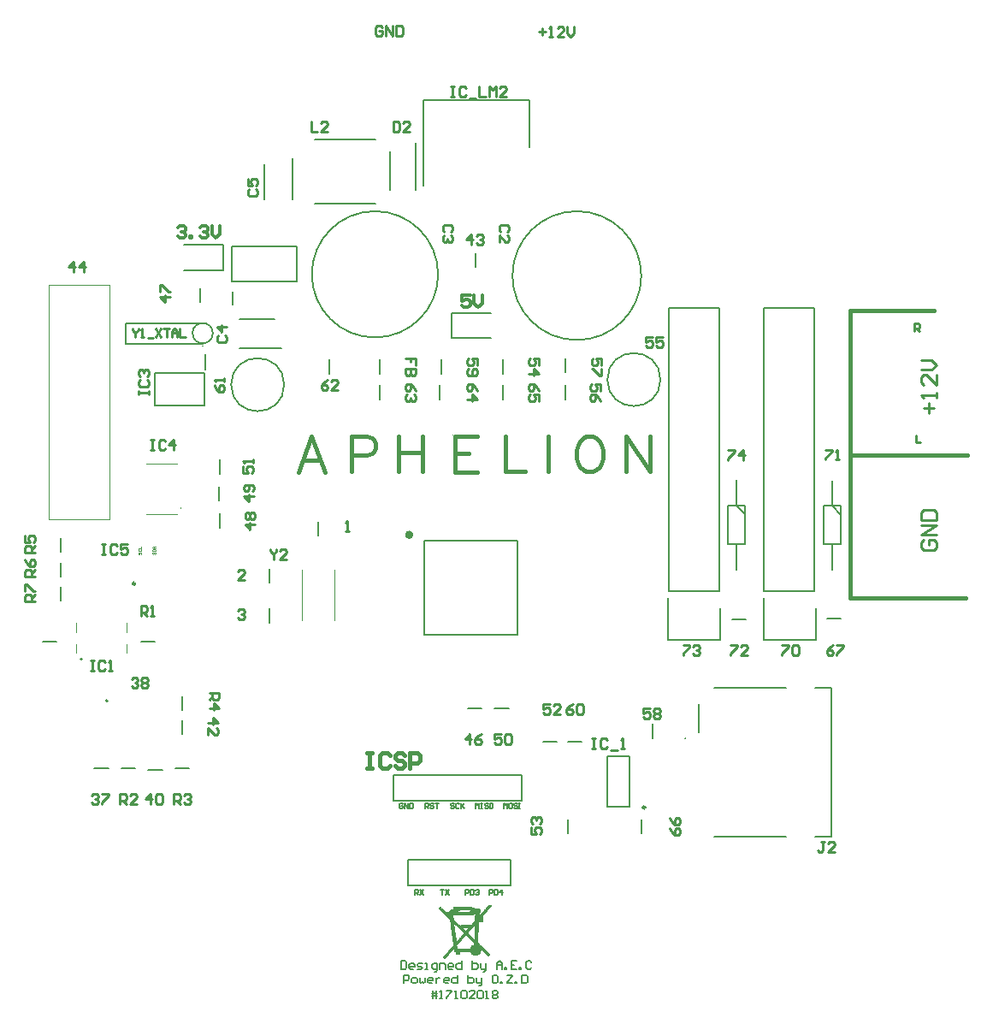
<source format=gto>
G04*
G04 #@! TF.GenerationSoftware,Altium Limited,Altium Designer,20.0.13 (296)*
G04*
G04 Layer_Color=65535*
%FSLAX44Y44*%
%MOMM*%
G71*
G01*
G75*
%ADD10C,0.2000*%
%ADD11C,0.1000*%
%ADD12C,0.2500*%
%ADD13C,0.4000*%
%ADD14C,0.0254*%
%ADD15C,0.1270*%
%ADD16C,0.2540*%
%ADD17C,0.3000*%
D10*
X115810Y-148455D02*
G03*
X115810Y-148455I-1000J0D01*
G01*
X141000Y-189740D02*
G03*
X141000Y-189740I-1000J0D01*
G01*
X234872Y161570D02*
G03*
X234872Y161570I-202J0D01*
G01*
X244950Y174220D02*
G03*
X244950Y174220I-10000J0D01*
G01*
X669140Y231140D02*
G03*
X669140Y231140I-63750J0D01*
G01*
X468030Y232410D02*
G03*
X468030Y232410I-62500J0D01*
G01*
X688080Y128270D02*
G03*
X688080Y128270I-26250J0D01*
G01*
X712899Y-227080D02*
G03*
X712899Y-227080I-339J0D01*
G01*
X315650Y123190D02*
G03*
X315650Y123190I-26250J0D01*
G01*
X438150Y-372110D02*
Y-346710D01*
X539750D01*
X438150Y-372110D02*
X539750D01*
Y-346710D01*
X424180Y-288290D02*
Y-262890D01*
X551180D01*
X424180Y-288290D02*
X551180D01*
Y-262890D01*
X158750Y163830D02*
Y166370D01*
Y163830D02*
X234950D01*
X158750Y166370D02*
Y184150D01*
X233680D01*
X173770Y-130772D02*
X187530D01*
X127620Y-256540D02*
X141620D01*
X154410D02*
X168170D01*
X180960Y-257810D02*
X194960D01*
X481210Y169110D02*
X520460D01*
X481210D02*
Y194110D01*
X520460D01*
X214630Y-198650D02*
Y-184890D01*
X207750Y-256540D02*
X221510D01*
X214630Y-222900D02*
Y-208900D01*
X505220Y239630D02*
Y253130D01*
X76790Y-130772D02*
X90550D01*
X558650Y358240D02*
Y405240D01*
X453250D02*
X558650D01*
X453250Y319890D02*
Y405240D01*
X345920Y365510D02*
X405920D01*
X345920Y302510D02*
X405920D01*
X237890Y138430D02*
Y153680D01*
X187590Y134930D02*
X236590D01*
X187590Y102930D02*
Y134930D01*
Y102930D02*
X236590D01*
Y134930D01*
X445570Y316280D02*
Y362380D01*
X420570Y316280D02*
Y354280D01*
X216380Y261420D02*
X255630D01*
Y236420D02*
Y261420D01*
X216380Y236420D02*
X255630D01*
X497310Y-197380D02*
X511070D01*
X232170Y205340D02*
Y218840D01*
X523980Y-197380D02*
X537740D01*
X251460Y8240D02*
Y22240D01*
X251630Y-18430D02*
Y-4430D01*
X263390Y225050D02*
Y260090D01*
X328430D01*
Y225050D02*
Y260090D01*
X263390Y225050D02*
X328430D01*
X264760Y202570D02*
Y215570D01*
X251630Y34910D02*
Y48910D01*
X271530Y159740D02*
X312530D01*
X271530Y188240D02*
X306530D01*
X94510Y-42440D02*
Y-28680D01*
X324130Y306350D02*
Y347350D01*
X295630Y306350D02*
Y341350D01*
X94510Y-66570D02*
Y-52810D01*
Y-90700D02*
Y-76940D01*
X572370Y-229870D02*
X585870D01*
X596900Y-320440D02*
Y-306940D01*
X635430Y-294240D02*
X657430D01*
X635430D02*
Y-244240D01*
X657430D01*
Y-294240D02*
Y-244240D01*
X453880Y-30970D02*
X546880D01*
Y-123970D02*
Y-30970D01*
X453880Y-123970D02*
X546880D01*
X453880D02*
Y-30970D01*
X594360Y108570D02*
Y122570D01*
X532130Y133970D02*
Y147970D01*
X594360Y135240D02*
Y149240D01*
X680720Y-226710D02*
Y-212710D01*
X471170Y133970D02*
Y147970D01*
X596500Y-229870D02*
X610000D01*
X841620Y-176440D02*
X857640D01*
X841620Y-323940D02*
X857640D01*
X726270Y-220690D02*
Y-193210D01*
X741080Y-176440D02*
X812230D01*
X857640Y-323940D02*
Y-176440D01*
X741080Y-323940D02*
X812230D01*
X532130Y108570D02*
Y122570D01*
X469900Y108570D02*
Y122570D01*
X410210Y108570D02*
Y122570D01*
Y133970D02*
Y147970D01*
X360680Y133970D02*
Y147970D01*
X669050Y-320440D02*
Y-306940D01*
X349250Y-25930D02*
Y-12170D01*
X300990Y-112410D02*
Y-98410D01*
Y-73040D02*
Y-59040D01*
X852910Y-107950D02*
X866670D01*
X866762Y-34850D02*
Y3190D01*
X849561Y-34850D02*
X866762D01*
X849561D02*
Y3190D01*
X866762D01*
X858162D02*
X866762Y-5410D01*
X858162Y3190D02*
Y28420D01*
Y-60080D02*
Y-34850D01*
X790046Y-129557D02*
Y-87657D01*
Y-129557D02*
X842146D01*
Y-98057D01*
X772024Y-34616D02*
Y3424D01*
X754824Y-34616D02*
X772024D01*
X754824D02*
Y3424D01*
X772024D01*
X763424D02*
X772024Y-5176D01*
X763424Y3424D02*
Y28654D01*
Y-59846D02*
Y-34616D01*
X695310Y-129610D02*
Y-87710D01*
Y-129610D02*
X747410D01*
Y-98110D01*
X758930Y-109220D02*
X772690D01*
X433800Y-469044D02*
Y-461047D01*
X437799D01*
X439132Y-462380D01*
Y-465046D01*
X437799Y-466378D01*
X433800D01*
X443130Y-469044D02*
X445796D01*
X447129Y-467711D01*
Y-465046D01*
X445796Y-463713D01*
X443130D01*
X441797Y-465046D01*
Y-467711D01*
X443130Y-469044D01*
X449795Y-463713D02*
Y-467711D01*
X451128Y-469044D01*
X452461Y-467711D01*
X453794Y-469044D01*
X455126Y-467711D01*
Y-463713D01*
X461791Y-469044D02*
X459125D01*
X457792Y-467711D01*
Y-465046D01*
X459125Y-463713D01*
X461791D01*
X463124Y-465046D01*
Y-466378D01*
X457792D01*
X465790Y-463713D02*
Y-469044D01*
Y-466378D01*
X467123Y-465046D01*
X468456Y-463713D01*
X469788D01*
X477786Y-469044D02*
X475120D01*
X473787Y-467711D01*
Y-465046D01*
X475120Y-463713D01*
X477786D01*
X479119Y-465046D01*
Y-466378D01*
X473787D01*
X487116Y-461047D02*
Y-469044D01*
X483117D01*
X481785Y-467711D01*
Y-465046D01*
X483117Y-463713D01*
X487116D01*
X497779Y-461047D02*
Y-469044D01*
X501778D01*
X503111Y-467711D01*
Y-466378D01*
Y-465046D01*
X501778Y-463713D01*
X497779D01*
X505777D02*
Y-467711D01*
X507110Y-469044D01*
X511108D01*
Y-470377D01*
X509776Y-471710D01*
X508443D01*
X511108Y-469044D02*
Y-463713D01*
X525770Y-461047D02*
X523105D01*
X521772Y-462380D01*
Y-467711D01*
X523105Y-469044D01*
X525770D01*
X527103Y-467711D01*
Y-462380D01*
X525770Y-461047D01*
X529769Y-469044D02*
Y-467711D01*
X531102D01*
Y-469044D01*
X529769D01*
X536433Y-461047D02*
X541765D01*
Y-462380D01*
X536433Y-467711D01*
Y-469044D01*
X541765D01*
X544431D02*
Y-467711D01*
X545764D01*
Y-469044D01*
X544431D01*
X551096Y-461047D02*
Y-469044D01*
X555094D01*
X556427Y-467711D01*
Y-462380D01*
X555094Y-461047D01*
X551096D01*
X463073Y-484410D02*
Y-476413D01*
X465739D02*
Y-484410D01*
X461740Y-479078D02*
X465739D01*
X467072D01*
X461740Y-481744D02*
X467072D01*
X469737Y-484410D02*
X472403D01*
X471070D01*
Y-476413D01*
X469737Y-477746D01*
X476402Y-476413D02*
X481734D01*
Y-477746D01*
X476402Y-483077D01*
Y-484410D01*
X484399D02*
X487065D01*
X485732D01*
Y-476413D01*
X484399Y-477746D01*
X491064D02*
X492397Y-476413D01*
X495063D01*
X496395Y-477746D01*
Y-483077D01*
X495063Y-484410D01*
X492397D01*
X491064Y-483077D01*
Y-477746D01*
X504393Y-484410D02*
X499061D01*
X504393Y-479078D01*
Y-477746D01*
X503060Y-476413D01*
X500394D01*
X499061Y-477746D01*
X507059D02*
X508392Y-476413D01*
X511057D01*
X512390Y-477746D01*
Y-483077D01*
X511057Y-484410D01*
X508392D01*
X507059Y-483077D01*
Y-477746D01*
X515056Y-484410D02*
X517722D01*
X516389D01*
Y-476413D01*
X515056Y-477746D01*
X521721D02*
X523054Y-476413D01*
X525719D01*
X527052Y-477746D01*
Y-479078D01*
X525719Y-480411D01*
X527052Y-481744D01*
Y-483077D01*
X525719Y-484410D01*
X523054D01*
X521721Y-483077D01*
Y-481744D01*
X523054Y-480411D01*
X521721Y-479078D01*
Y-477746D01*
X523054Y-480411D02*
X525719D01*
X431260Y-447077D02*
Y-455074D01*
X435259D01*
X436592Y-453741D01*
Y-448410D01*
X435259Y-447077D01*
X431260D01*
X443256Y-455074D02*
X440590D01*
X439257Y-453741D01*
Y-451076D01*
X440590Y-449743D01*
X443256D01*
X444589Y-451076D01*
Y-452408D01*
X439257D01*
X447255Y-455074D02*
X451254D01*
X452586Y-453741D01*
X451254Y-452408D01*
X448588D01*
X447255Y-451076D01*
X448588Y-449743D01*
X452586D01*
X455252Y-455074D02*
X457918D01*
X456585D01*
Y-449743D01*
X455252D01*
X464583Y-457740D02*
X465915D01*
X467248Y-456407D01*
Y-449743D01*
X463250D01*
X461917Y-451076D01*
Y-453741D01*
X463250Y-455074D01*
X467248D01*
X469914D02*
Y-449743D01*
X473913D01*
X475246Y-451076D01*
Y-455074D01*
X481910D02*
X479244D01*
X477912Y-453741D01*
Y-451076D01*
X479244Y-449743D01*
X481910D01*
X483243Y-451076D01*
Y-452408D01*
X477912D01*
X491241Y-447077D02*
Y-455074D01*
X487242D01*
X485909Y-453741D01*
Y-451076D01*
X487242Y-449743D01*
X491241D01*
X501904Y-447077D02*
Y-455074D01*
X505903D01*
X507235Y-453741D01*
Y-452408D01*
Y-451076D01*
X505903Y-449743D01*
X501904D01*
X509901D02*
Y-453741D01*
X511234Y-455074D01*
X515233D01*
Y-456407D01*
X513900Y-457740D01*
X512567D01*
X515233Y-455074D02*
Y-449743D01*
X525896Y-455074D02*
Y-449743D01*
X528562Y-447077D01*
X531228Y-449743D01*
Y-455074D01*
Y-451076D01*
X525896D01*
X533894Y-455074D02*
Y-453741D01*
X535227D01*
Y-455074D01*
X533894D01*
X545890Y-447077D02*
X540558D01*
Y-455074D01*
X545890D01*
X540558Y-451076D02*
X543224D01*
X548555Y-455074D02*
Y-453741D01*
X549888D01*
Y-455074D01*
X548555D01*
X560552Y-448410D02*
X559219Y-447077D01*
X556553D01*
X555220Y-448410D01*
Y-453741D01*
X556553Y-455074D01*
X559219D01*
X560552Y-453741D01*
X445230Y-381540D02*
Y-376542D01*
X447729D01*
X448562Y-377375D01*
Y-379041D01*
X447729Y-379874D01*
X445230D01*
X446896D02*
X448562Y-381540D01*
X450228Y-376542D02*
X453561Y-381540D01*
Y-376542D02*
X450228Y-381540D01*
X470630Y-376542D02*
X473962D01*
X472296D01*
Y-381540D01*
X475628Y-376542D02*
X478961Y-381540D01*
Y-376542D02*
X475628Y-381540D01*
X494760D02*
Y-376542D01*
X497259D01*
X498092Y-377375D01*
Y-379041D01*
X497259Y-379874D01*
X494760D01*
X499758Y-376542D02*
Y-381540D01*
X502257D01*
X503091Y-380707D01*
Y-377375D01*
X502257Y-376542D01*
X499758D01*
X504757Y-377375D02*
X505590Y-376542D01*
X507256D01*
X508089Y-377375D01*
Y-378208D01*
X507256Y-379041D01*
X506423D01*
X507256D01*
X508089Y-379874D01*
Y-380707D01*
X507256Y-381540D01*
X505590D01*
X504757Y-380707D01*
X518890Y-381540D02*
Y-376542D01*
X521389D01*
X522222Y-377375D01*
Y-379041D01*
X521389Y-379874D01*
X518890D01*
X523888Y-376542D02*
Y-381540D01*
X526387D01*
X527221Y-380707D01*
Y-377375D01*
X526387Y-376542D01*
X523888D01*
X531386Y-381540D02*
Y-376542D01*
X528887Y-379041D01*
X532219D01*
X532860Y-296450D02*
Y-291452D01*
X534526Y-293118D01*
X536192Y-291452D01*
Y-296450D01*
X540358Y-291452D02*
X538691D01*
X537858Y-292285D01*
Y-295617D01*
X538691Y-296450D01*
X540358D01*
X541191Y-295617D01*
Y-292285D01*
X540358Y-291452D01*
X546189Y-292285D02*
X545356Y-291452D01*
X543690D01*
X542857Y-292285D01*
Y-293118D01*
X543690Y-293951D01*
X545356D01*
X546189Y-294784D01*
Y-295617D01*
X545356Y-296450D01*
X543690D01*
X542857Y-295617D01*
X547855Y-291452D02*
X549521D01*
X548688D01*
Y-296450D01*
X547855D01*
X549521D01*
X504920D02*
Y-291452D01*
X506586Y-293118D01*
X508252Y-291452D01*
Y-296450D01*
X509918Y-291452D02*
X511585D01*
X510751D01*
Y-296450D01*
X509918D01*
X511585D01*
X517416Y-292285D02*
X516583Y-291452D01*
X514917D01*
X514084Y-292285D01*
Y-293118D01*
X514917Y-293951D01*
X516583D01*
X517416Y-294784D01*
Y-295617D01*
X516583Y-296450D01*
X514917D01*
X514084Y-295617D01*
X521581Y-291452D02*
X519915D01*
X519082Y-292285D01*
Y-295617D01*
X519915Y-296450D01*
X521581D01*
X522414Y-295617D01*
Y-292285D01*
X521581Y-291452D01*
X484122Y-292285D02*
X483289Y-291452D01*
X481623D01*
X480790Y-292285D01*
Y-293118D01*
X481623Y-293951D01*
X483289D01*
X484122Y-294784D01*
Y-295617D01*
X483289Y-296450D01*
X481623D01*
X480790Y-295617D01*
X489121Y-292285D02*
X488288Y-291452D01*
X486621D01*
X485788Y-292285D01*
Y-295617D01*
X486621Y-296450D01*
X488288D01*
X489121Y-295617D01*
X490787Y-291452D02*
Y-296450D01*
Y-294784D01*
X494119Y-291452D01*
X491620Y-293951D01*
X494119Y-296450D01*
X455390D02*
Y-291452D01*
X457889D01*
X458722Y-292285D01*
Y-293951D01*
X457889Y-294784D01*
X455390D01*
X457056D02*
X458722Y-296450D01*
X463721Y-292285D02*
X462887Y-291452D01*
X461221D01*
X460388Y-292285D01*
Y-293118D01*
X461221Y-293951D01*
X462887D01*
X463721Y-294784D01*
Y-295617D01*
X462887Y-296450D01*
X461221D01*
X460388Y-295617D01*
X465387Y-291452D02*
X468719D01*
X467053D01*
Y-296450D01*
X433322Y-292285D02*
X432489Y-291452D01*
X430823D01*
X429990Y-292285D01*
Y-295617D01*
X430823Y-296450D01*
X432489D01*
X433322Y-295617D01*
Y-293951D01*
X431656D01*
X434988Y-296450D02*
Y-291452D01*
X438321Y-296450D01*
Y-291452D01*
X439987D02*
Y-296450D01*
X442486D01*
X443319Y-295617D01*
Y-292285D01*
X442486Y-291452D01*
X439987D01*
D11*
X213400Y1420D02*
G03*
X213400Y420I0J-500D01*
G01*
D02*
G03*
X213400Y1420I0J500D01*
G01*
X482600Y74165D02*
X482983Y74547D01*
X159810Y-121390D02*
Y-112455D01*
Y-142455D02*
Y-133520D01*
X109810Y-121390D02*
Y-112455D01*
Y-142455D02*
Y-133520D01*
X142310Y-9790D02*
Y222210D01*
X82310Y-9790D02*
X142310D01*
X82310D02*
Y222210D01*
X142310D01*
X179400Y-4580D02*
X209400D01*
X179400Y45420D02*
X209400D01*
X365250Y-110090D02*
Y-60090D01*
X333250Y-110090D02*
Y-60090D01*
X185731Y-42721D02*
X185231Y-43221D01*
Y-44220D01*
X185731Y-44720D01*
X186231D01*
X186730Y-44220D01*
Y-43221D01*
X187230Y-42721D01*
X187730D01*
X188230Y-43221D01*
Y-44220D01*
X187730Y-44720D01*
X185231Y-41721D02*
X188230D01*
Y-40222D01*
X187730Y-39722D01*
X185731D01*
X185231Y-40222D01*
Y-41721D01*
X188230Y-38722D02*
X186231D01*
X185231Y-37722D01*
X186231Y-36723D01*
X188230D01*
X186730D01*
Y-38722D01*
X171761Y-42721D02*
X171261Y-43221D01*
Y-44220D01*
X171761Y-44720D01*
X172261D01*
X172761Y-44220D01*
Y-43221D01*
X173260Y-42721D01*
X173760D01*
X174260Y-43221D01*
Y-44220D01*
X173760Y-44720D01*
X171761Y-39722D02*
X171261Y-40222D01*
Y-41221D01*
X171761Y-41721D01*
X173760D01*
X174260Y-41221D01*
Y-40222D01*
X173760Y-39722D01*
X171261Y-38722D02*
X174260D01*
Y-36723D01*
D12*
X168100Y-73690D02*
G03*
X168100Y-73690I-1250J0D01*
G01*
X673180Y-295240D02*
G03*
X673180Y-295240I-1250J0D01*
G01*
D13*
X441380Y-25470D02*
G03*
X441380Y-25470I-2000J0D01*
G01*
X877570Y53340D02*
X887730D01*
X876300Y196850D02*
X958850D01*
X876300Y-87630D02*
X990600D01*
X876300D02*
Y196850D01*
X887730Y53340D02*
X991870D01*
X654240Y72013D02*
Y37020D01*
Y72013D02*
X677568Y37020D01*
Y72013D02*
Y37020D01*
X614708Y72013D02*
X611375Y70346D01*
X608043Y67014D01*
X606376Y63681D01*
X604710Y58682D01*
Y50350D01*
X606376Y45352D01*
X608043Y42019D01*
X611375Y38686D01*
X614708Y37020D01*
X621373D01*
X624706Y38686D01*
X628038Y42019D01*
X629705Y45352D01*
X631371Y50350D01*
Y58682D01*
X629705Y63681D01*
X628038Y67014D01*
X624706Y70346D01*
X621373Y72013D01*
X614708D01*
X577374Y72196D02*
Y37204D01*
X534561Y72219D02*
Y37226D01*
X554556D01*
X506646Y71880D02*
X484984D01*
Y36887D01*
X506646D01*
X484984Y55216D02*
X498315D01*
X429232Y72347D02*
Y37355D01*
X452561Y72347D02*
Y37355D01*
X429232Y55684D02*
X452561D01*
X382309Y53896D02*
X397306D01*
X402305Y55562D01*
X403971Y57229D01*
X405638Y60561D01*
Y65560D01*
X403971Y68893D01*
X402305Y70559D01*
X397306Y72225D01*
X382309D01*
Y37233D01*
X356250Y36887D02*
X342920Y71880D01*
X329589Y36887D01*
X334588Y48551D02*
X351251D01*
X397700Y-241355D02*
X402698D01*
X400199D01*
Y-256350D01*
X397700D01*
X402698D01*
X420193Y-243854D02*
X417693Y-241355D01*
X412695D01*
X410196Y-243854D01*
Y-253851D01*
X412695Y-256350D01*
X417693D01*
X420193Y-253851D01*
X435188Y-243854D02*
X432689Y-241355D01*
X427690D01*
X425191Y-243854D01*
Y-246353D01*
X427690Y-248852D01*
X432689D01*
X435188Y-251352D01*
Y-253851D01*
X432689Y-256350D01*
X427690D01*
X425191Y-253851D01*
X440186Y-256350D02*
Y-241355D01*
X447684D01*
X450183Y-243854D01*
Y-248852D01*
X447684Y-251352D01*
X440186D01*
D14*
X493649Y-419100D02*
X496697D01*
X511937Y-398780D02*
X514477D01*
X478917D02*
X509143D01*
X472313D02*
X475107D01*
X512191Y-398526D02*
X514731D01*
X478917D02*
X509143D01*
X472059D02*
X474853D01*
X512445Y-398272D02*
X514985D01*
X492887D02*
X509397D01*
X471805D02*
X474599D01*
X512699Y-398018D02*
X515239D01*
X471551D02*
X474345D01*
X512953Y-397764D02*
X515493D01*
X471297D02*
X474091D01*
X512953Y-397510D02*
X515747D01*
X471043D02*
X473837D01*
X513207Y-397256D02*
X516001D01*
X513461Y-397002D02*
X516001D01*
X513715Y-396748D02*
X516255D01*
X513969Y-396494D02*
X516509D01*
X514223Y-396240D02*
X516763D01*
X481203D02*
X508889D01*
X514477Y-395986D02*
X517017D01*
X481711D02*
X508889D01*
X482219Y-395732D02*
X508635D01*
X482727Y-395478D02*
X508381D01*
X482981Y-395224D02*
X504317D01*
X482981Y-394970D02*
X503809D01*
X482981Y-394716D02*
X503301D01*
X482981Y-394462D02*
X502539D01*
X482981Y-394208D02*
X501777D01*
X488061Y-393954D02*
X501015D01*
X489331Y-393700D02*
X499745D01*
X489839Y-393446D02*
X498983D01*
X489839Y-393192D02*
X498475D01*
X493395Y-418846D02*
X496951D01*
X493141Y-418592D02*
X497205D01*
X492887Y-418338D02*
X497459D01*
X492633Y-418084D02*
X497713D01*
X492379Y-417830D02*
X497713D01*
X492125Y-417576D02*
X494919D01*
X491871Y-417322D02*
X494665D01*
X491363Y-417068D02*
X494411D01*
X491109Y-416814D02*
X494157D01*
X488315Y-414020D02*
X501269D01*
X488061Y-413766D02*
X501269D01*
X487807Y-413512D02*
X501523D01*
X490601Y-413258D02*
X501777D01*
X490601Y-413004D02*
X502031D01*
X490601Y-412750D02*
X502285D01*
X490601Y-412496D02*
X502539D01*
X490601Y-412242D02*
X502793D01*
X490601Y-411988D02*
X503047D01*
X490601Y-411734D02*
X503047D01*
X490601Y-411480D02*
X503301D01*
X490601Y-411226D02*
X500761D01*
X490601Y-410972D02*
X500761D01*
X474853Y-401066D02*
X494665D01*
X474345Y-400812D02*
X502285D01*
X474091Y-400558D02*
X508127D01*
X476885Y-400304D02*
X508127D01*
X473837D02*
X476631D01*
X476885Y-400050D02*
X508127D01*
X473583D02*
X476377D01*
X476885Y-399796D02*
X508381D01*
X473329D02*
X476123D01*
X476631Y-399542D02*
X508635D01*
X473075D02*
X475869D01*
X476631Y-399288D02*
X508889D01*
X472821D02*
X475615D01*
X476631Y-399034D02*
X508889D01*
X472567D02*
X475361D01*
X514477Y-439166D02*
X517525D01*
X514223Y-438912D02*
X517271D01*
X513969Y-438658D02*
X517017D01*
X513715Y-438404D02*
X516509D01*
X513461Y-438150D02*
X516255D01*
X513207Y-437896D02*
X516001D01*
X512953Y-437642D02*
X515747D01*
X483997D02*
X497713D01*
X512699Y-437388D02*
X515493D01*
X483743D02*
X509651D01*
X512445Y-437134D02*
X515239D01*
X483743D02*
X509905D01*
X512191Y-436880D02*
X514985D01*
X483743D02*
X509905D01*
X511937Y-436626D02*
X514731D01*
X483743D02*
X509905D01*
X511683Y-436372D02*
X514477D01*
X483743D02*
X509905D01*
X483743Y-436118D02*
X509905D01*
X483743Y-435864D02*
X509905D01*
X483743Y-435610D02*
X509905D01*
X483489Y-435356D02*
X509905D01*
X483489Y-435102D02*
X509905D01*
X493649Y-434848D02*
X509905D01*
X491617Y-421894D02*
X494157D01*
X491871Y-421640D02*
X494411D01*
X492125Y-421386D02*
X494665D01*
X492379Y-421132D02*
X494919D01*
X492633Y-420878D02*
X495173D01*
X492887Y-420624D02*
X497967D01*
X492887Y-420370D02*
X497713D01*
X493141Y-420116D02*
X497459D01*
X493395Y-419862D02*
X497205D01*
X493649Y-419608D02*
X496951D01*
X493903Y-419354D02*
X496697D01*
X473837Y-443738D02*
X475107D01*
X473583Y-443484D02*
X475361D01*
X473329Y-443230D02*
X475615D01*
X473075Y-442976D02*
X475615D01*
X473329Y-442722D02*
X475869D01*
X473583Y-442468D02*
X476123D01*
X473837Y-442214D02*
X476377D01*
X514985Y-439420D02*
X517779D01*
X500761D02*
X508635D01*
X504317Y-419100D02*
X507111D01*
X485775Y-439420D02*
X489331D01*
X476123D02*
X478917D01*
X481457Y-419100D02*
X484505D01*
X514731Y-395732D02*
X517271D01*
X514985Y-395478D02*
X517525D01*
X514985Y-395224D02*
X517779D01*
X515239Y-394970D02*
X517779D01*
X515493Y-394716D02*
X518033D01*
X515747Y-394462D02*
X518287D01*
X516001Y-394208D02*
X518541D01*
X516255Y-393954D02*
X518795D01*
X516509Y-393700D02*
X519049D01*
X516763Y-393446D02*
X519303D01*
X516763Y-393192D02*
X519557D01*
X517017Y-392938D02*
X519811D01*
X517271Y-392684D02*
X519811D01*
X517525Y-392430D02*
X520065D01*
X517779Y-392176D02*
X520065D01*
X518033Y-391922D02*
X519811D01*
X518287Y-391668D02*
X519557D01*
X517271Y-441706D02*
X517779D01*
X517017Y-441452D02*
X518033D01*
X516763Y-441198D02*
X518287D01*
X516509Y-440944D02*
X518541D01*
X516255Y-440690D02*
X518795D01*
X516001Y-440436D02*
X518795D01*
X515747Y-440182D02*
X518541D01*
X515493Y-439928D02*
X518287D01*
X515239Y-439674D02*
X518033D01*
X498983Y-398018D02*
X509397D01*
X502793Y-397764D02*
X509397D01*
X502285Y-397510D02*
X509397D01*
X501523Y-397256D02*
X509397D01*
X501015Y-397002D02*
X509397D01*
X499999Y-396748D02*
X509143D01*
X498729Y-396494D02*
X509143D01*
X505079Y-395224D02*
X507873D01*
X505587Y-394970D02*
X507111D01*
X504317Y-418846D02*
X507111D01*
X504317Y-418592D02*
X507111D01*
X504317Y-418338D02*
X507111D01*
X504317Y-418084D02*
X507111D01*
X504317Y-417830D02*
X507365D01*
X504317Y-417576D02*
X507365D01*
X495427D02*
X497967D01*
X504317Y-417322D02*
X507365D01*
X495681D02*
X498221D01*
X504317Y-417068D02*
X507365D01*
X495935D02*
X498475D01*
X504317Y-416814D02*
X507365D01*
X496189D02*
X498729D01*
X504317Y-416560D02*
X507365D01*
X496443D02*
X498983D01*
X504317Y-416306D02*
X507365D01*
X496443D02*
X499237D01*
X504317Y-416052D02*
X507365D01*
X496697D02*
X499491D01*
X504317Y-415798D02*
X507365D01*
X496951D02*
X499491D01*
X504317Y-415544D02*
X507365D01*
X497205D02*
X499745D01*
X504571Y-415290D02*
X507365D01*
X497459D02*
X499999D01*
X504571Y-415036D02*
X507365D01*
X497713D02*
X500253D01*
X504571Y-414782D02*
X507365D01*
X497967D02*
X500507D01*
X504571Y-414528D02*
X507365D01*
X498221D02*
X500761D01*
X504571Y-414274D02*
X507365D01*
X498221D02*
X501015D01*
X504571Y-414020D02*
X507365D01*
X504571Y-413766D02*
X507365D01*
X504571Y-413512D02*
X507365D01*
X504571Y-413258D02*
X507365D01*
X504571Y-413004D02*
X507619D01*
X504571Y-412750D02*
X507619D01*
X504571Y-412496D02*
X507619D01*
X504571Y-412242D02*
X507619D01*
X504571Y-411988D02*
X507619D01*
X504571Y-411734D02*
X507619D01*
X504571Y-411480D02*
X507619D01*
X504571Y-411226D02*
X507619D01*
X501015D02*
X503555D01*
X504825Y-410972D02*
X507619D01*
X501269D02*
X503809D01*
X504825Y-410718D02*
X507619D01*
X501523D02*
X504063D01*
X504825Y-410464D02*
X507619D01*
X501777D02*
X504317D01*
X504825Y-410210D02*
X507619D01*
X502031D02*
X504571D01*
X502031Y-409956D02*
X507619D01*
X502285Y-409702D02*
X507619D01*
X502539Y-409448D02*
X507619D01*
X502793Y-409194D02*
X507619D01*
X503047Y-408940D02*
X507873D01*
X503301Y-408686D02*
X507873D01*
X503555Y-408432D02*
X507873D01*
X503809Y-408178D02*
X511683D01*
X503809Y-407924D02*
X511683D01*
X504063Y-407670D02*
X511683D01*
X504317Y-407416D02*
X511683D01*
X504317Y-407162D02*
X511683D01*
X504317Y-406908D02*
X511683D01*
X504317Y-406654D02*
X511683D01*
X504317Y-406400D02*
X511683D01*
X504317Y-406146D02*
X511683D01*
X504317Y-405892D02*
X511683D01*
X504317Y-405638D02*
X511683D01*
X508889Y-405384D02*
X511683D01*
X504317D02*
X508635D01*
X504317Y-405130D02*
X511683D01*
X504317Y-404876D02*
X511683D01*
X504317Y-404622D02*
X511683D01*
X504317Y-404368D02*
X511683D01*
X504317Y-404114D02*
X511683D01*
X504317Y-403860D02*
X511683D01*
X504317Y-403606D02*
X511683D01*
X504317Y-403352D02*
X511683D01*
X504317Y-403098D02*
X511683D01*
X504317Y-402844D02*
X511683D01*
X504317Y-402590D02*
X511683D01*
X504317Y-402336D02*
X511683D01*
X504317Y-402082D02*
X511683D01*
X509397Y-401828D02*
X511937D01*
X505079D02*
X508127D01*
X509397Y-401574D02*
X512191D01*
X505079D02*
X508127D01*
X509651Y-401320D02*
X512445D01*
X505079D02*
X508127D01*
X509905Y-401066D02*
X512445D01*
X505079D02*
X508127D01*
X510159Y-400812D02*
X512699D01*
X505079D02*
X508127D01*
X510413Y-400558D02*
X512953D01*
X510667Y-400304D02*
X513207D01*
X510921Y-400050D02*
X513461D01*
X511175Y-399796D02*
X513715D01*
X511175Y-399542D02*
X513969D01*
X511429Y-399288D02*
X514223D01*
X511683Y-399034D02*
X514223D01*
X500761Y-439166D02*
X508889D01*
X500507Y-438912D02*
X509143D01*
X500253Y-438658D02*
X509143D01*
X500253Y-438404D02*
X509397D01*
X499999Y-438150D02*
X509397D01*
X499999Y-437896D02*
X509651D01*
X499745Y-437642D02*
X509651D01*
X511429Y-436118D02*
X514223D01*
X511175Y-435864D02*
X513969D01*
X510921Y-435610D02*
X513715D01*
X510667Y-435356D02*
X513461D01*
X510413Y-435102D02*
X513207D01*
X510159Y-434848D02*
X512953D01*
X499745Y-434594D02*
X512699D01*
X499745Y-434340D02*
X512445D01*
X499999Y-434086D02*
X512191D01*
X499999Y-433832D02*
X511937D01*
X499999Y-433578D02*
X511683D01*
X500253Y-433324D02*
X511429D01*
X500507Y-433070D02*
X510921D01*
X500507Y-432816D02*
X510667D01*
X500761Y-432562D02*
X510413D01*
X501015Y-432308D02*
X510159D01*
X501269Y-432054D02*
X509905D01*
X501523Y-431800D02*
X509651D01*
X502031Y-431546D02*
X509397D01*
X502539Y-431292D02*
X509143D01*
X503047Y-431038D02*
X508889D01*
X503809Y-430784D02*
X508635D01*
X503809Y-430530D02*
X508381D01*
X503809Y-430276D02*
X508127D01*
X503809Y-430022D02*
X507873D01*
X503809Y-429768D02*
X507619D01*
X503809Y-429514D02*
X507365D01*
X503809Y-429260D02*
X507111D01*
X503809Y-429006D02*
X506857D01*
X503809Y-428752D02*
X506857D01*
X503555Y-428498D02*
X506857D01*
X503047Y-428244D02*
X506857D01*
X502793Y-427990D02*
X506857D01*
X502539Y-427736D02*
X506857D01*
X502285Y-427482D02*
X506857D01*
X502031Y-427228D02*
X506857D01*
X501777Y-426974D02*
X506857D01*
X501523Y-426720D02*
X506857D01*
X501269Y-426466D02*
X506857D01*
X504063Y-426212D02*
X506857D01*
X501015D02*
X503809D01*
X504063Y-425958D02*
X506857D01*
X500761D02*
X503555D01*
X504063Y-425704D02*
X506857D01*
X500507D02*
X503301D01*
X504063Y-425450D02*
X506857D01*
X500253D02*
X503047D01*
X504063Y-425196D02*
X506857D01*
X499999D02*
X502793D01*
X504063Y-424942D02*
X506857D01*
X499745D02*
X502539D01*
X504063Y-424688D02*
X506857D01*
X499491D02*
X502285D01*
X504063Y-424434D02*
X506857D01*
X499237D02*
X502031D01*
X504063Y-424180D02*
X506857D01*
X498983D02*
X501777D01*
X504063Y-423926D02*
X506857D01*
X498729D02*
X501523D01*
X504063Y-423672D02*
X506857D01*
X498475D02*
X501269D01*
X504063Y-423418D02*
X506857D01*
X498221D02*
X501015D01*
X504063Y-423164D02*
X507111D01*
X497967D02*
X500761D01*
X504063Y-422910D02*
X507111D01*
X497713D02*
X500507D01*
X504063Y-422656D02*
X507111D01*
X497205D02*
X500253D01*
X504063Y-422402D02*
X507111D01*
X496951D02*
X499999D01*
X504063Y-422148D02*
X507111D01*
X496697D02*
X499491D01*
X504063Y-421894D02*
X507111D01*
X496443D02*
X499237D01*
X504063Y-421640D02*
X507111D01*
X496189D02*
X498983D01*
X504063Y-421386D02*
X507111D01*
X495935D02*
X498729D01*
X504063Y-421132D02*
X507111D01*
X495681D02*
X498475D01*
X504063Y-420878D02*
X507111D01*
X495427D02*
X498221D01*
X504063Y-420624D02*
X507111D01*
X504317Y-420370D02*
X507111D01*
X504317Y-420116D02*
X507111D01*
X504317Y-419862D02*
X507111D01*
X504317Y-419608D02*
X507111D01*
X504317Y-419354D02*
X507111D01*
X503301Y-440944D02*
X506095D01*
X502539Y-440690D02*
X506857D01*
X502031Y-440436D02*
X507365D01*
X501777Y-440182D02*
X507873D01*
X501269Y-439928D02*
X508127D01*
X501015Y-439674D02*
X508381D01*
X479171Y-398272D02*
X487045D01*
X479171Y-398018D02*
X487045D01*
X479425Y-397764D02*
X487045D01*
X479679Y-397510D02*
X487045D01*
X479933Y-397256D02*
X487045D01*
X480187Y-397002D02*
X487807D01*
X480441Y-396748D02*
X489077D01*
X480949Y-396494D02*
X490601D01*
X482981Y-393954D02*
X487045D01*
X482981Y-393700D02*
X487045D01*
X481457Y-418846D02*
X484505D01*
X481457Y-418592D02*
X484505D01*
X481457Y-418338D02*
X484251D01*
X481457Y-418084D02*
X484251D01*
X481457Y-417830D02*
X484251D01*
X481203Y-417576D02*
X484251D01*
X481203Y-417322D02*
X484251D01*
X481203Y-417068D02*
X484251D01*
X481203Y-416814D02*
X484251D01*
X490855Y-416560D02*
X493649D01*
X481203D02*
X483997D01*
X490601Y-416306D02*
X493395D01*
X481203D02*
X483997D01*
X490347Y-416052D02*
X493141D01*
X481203D02*
X483997D01*
X490093Y-415798D02*
X492887D01*
X480949D02*
X483997D01*
X489839Y-415544D02*
X492633D01*
X480949D02*
X483997D01*
X489585Y-415290D02*
X492379D01*
X480949D02*
X483997D01*
X489331Y-415036D02*
X492125D01*
X480949D02*
X483997D01*
X489077Y-414782D02*
X491871D01*
X480949D02*
X483997D01*
X488823Y-414528D02*
X491617D01*
X480949D02*
X483743D01*
X488569Y-414274D02*
X491363D01*
X480949D02*
X483743D01*
X480949Y-414020D02*
X483743D01*
X480695Y-413766D02*
X483743D01*
X480695Y-413512D02*
X483743D01*
X487553Y-413258D02*
X490347D01*
X480695D02*
X483743D01*
X487299Y-413004D02*
X490093D01*
X480695D02*
X483743D01*
X487045Y-412750D02*
X489839D01*
X480695D02*
X483743D01*
X486791Y-412496D02*
X489585D01*
X480695D02*
X483489D01*
X486537Y-412242D02*
X489331D01*
X480695D02*
X483489D01*
X486283Y-411988D02*
X489077D01*
X480695D02*
X483489D01*
X485775Y-411734D02*
X488823D01*
X480441D02*
X483489D01*
X485521Y-411480D02*
X488569D01*
X480441D02*
X483489D01*
X485267Y-411226D02*
X488061D01*
X480441D02*
X483489D01*
X485013Y-410972D02*
X487807D01*
X480441D02*
X483489D01*
X484759Y-410718D02*
X487553D01*
X480441D02*
X483489D01*
X484505Y-410464D02*
X487299D01*
X480441D02*
X483235D01*
X484251Y-410210D02*
X487045D01*
X480441D02*
X483235D01*
X483997Y-409956D02*
X486791D01*
X480187D02*
X483235D01*
X483743Y-409702D02*
X486537D01*
X480187D02*
X483235D01*
X483489Y-409448D02*
X486283D01*
X480187D02*
X483235D01*
X480187Y-409194D02*
X486029D01*
X480187Y-408940D02*
X485775D01*
X480187Y-408686D02*
X485521D01*
X480187Y-408432D02*
X485267D01*
X480187Y-408178D02*
X485013D01*
X479933Y-407924D02*
X484759D01*
X479933Y-407670D02*
X484505D01*
X479933Y-407416D02*
X484251D01*
X479933Y-407162D02*
X483997D01*
X479933Y-406908D02*
X483743D01*
X479933Y-406654D02*
X483489D01*
X479933Y-406400D02*
X483235D01*
X479933Y-406146D02*
X482981D01*
X479679Y-405892D02*
X482727D01*
X479425Y-405638D02*
X482727D01*
X479171Y-405384D02*
X482727D01*
X478917Y-405130D02*
X482727D01*
X478663Y-404876D02*
X482727D01*
X478409Y-404622D02*
X482473D01*
X478155Y-404368D02*
X482473D01*
X477901Y-404114D02*
X482473D01*
X477647Y-403860D02*
X482473D01*
X477393Y-403606D02*
X482473D01*
X477139Y-403352D02*
X482473D01*
X476885Y-403098D02*
X482473D01*
X476631Y-402844D02*
X482473D01*
X479425Y-402590D02*
X482219D01*
X476377D02*
X479171D01*
X479425Y-402336D02*
X482219D01*
X476123D02*
X478917D01*
X479171Y-402082D02*
X482219D01*
X475869D02*
X478663D01*
X479171Y-401828D02*
X482219D01*
X475615D02*
X478409D01*
X479171Y-401574D02*
X482219D01*
X475361D02*
X478917D01*
X475107Y-401320D02*
X486791D01*
X485775Y-439166D02*
X489331D01*
X476377D02*
X479171D01*
X485775Y-438912D02*
X489331D01*
X476631D02*
X479171D01*
X485775Y-438658D02*
X489331D01*
X476885D02*
X479425D01*
X485775Y-438404D02*
X489331D01*
X477139D02*
X479679D01*
X485521Y-438150D02*
X489331D01*
X477393D02*
X479933D01*
X483997Y-437896D02*
X489331D01*
X477647D02*
X480187D01*
X477901Y-437642D02*
X480441D01*
X478155Y-437388D02*
X480695D01*
X478155Y-437134D02*
X480949D01*
X478409Y-436880D02*
X480949D01*
X478663Y-436626D02*
X481203D01*
X478917Y-436372D02*
X481457D01*
X479171Y-436118D02*
X481711D01*
X479425Y-435864D02*
X481965D01*
X479679Y-435610D02*
X482219D01*
X479933Y-435356D02*
X482473D01*
X479933Y-435102D02*
X482727D01*
X483489Y-434848D02*
X486537D01*
X480187D02*
X482981D01*
X483489Y-434594D02*
X486537D01*
X480441D02*
X482981D01*
X483489Y-434340D02*
X486537D01*
X480695D02*
X483235D01*
X480949Y-434086D02*
X486283D01*
X481203Y-433832D02*
X486283D01*
X481457Y-433578D02*
X486283D01*
X481711Y-433324D02*
X486283D01*
X481711Y-433070D02*
X486283D01*
X481965Y-432816D02*
X486283D01*
X482219Y-432562D02*
X486283D01*
X482473Y-432308D02*
X486283D01*
X482727Y-432054D02*
X486029D01*
X482981Y-431800D02*
X486029D01*
X482981Y-431546D02*
X486029D01*
X482981Y-431292D02*
X486029D01*
X482981Y-431038D02*
X486283D01*
X482981Y-430784D02*
X486537D01*
X482981Y-430530D02*
X486537D01*
X482981Y-430276D02*
X486791D01*
X482981Y-430022D02*
X487045D01*
X482981Y-429768D02*
X487299D01*
X482727Y-429514D02*
X487553D01*
X482727Y-429260D02*
X487807D01*
X482727Y-429006D02*
X488061D01*
X482727Y-428752D02*
X488315D01*
X482727Y-428498D02*
X488315D01*
X486029Y-428244D02*
X488569D01*
X482727D02*
X485521D01*
X486283Y-427990D02*
X488823D01*
X482727D02*
X485521D01*
X486537Y-427736D02*
X489077D01*
X482727D02*
X485521D01*
X486791Y-427482D02*
X489331D01*
X482473D02*
X485521D01*
X487045Y-427228D02*
X489585D01*
X482473D02*
X485521D01*
X487299Y-426974D02*
X489839D01*
X482473D02*
X485521D01*
X487299Y-426720D02*
X490093D01*
X482473D02*
X485521D01*
X487553Y-426466D02*
X490347D01*
X482473D02*
X485521D01*
X487807Y-426212D02*
X490347D01*
X482473D02*
X485267D01*
X488061Y-425958D02*
X490601D01*
X482473D02*
X485267D01*
X488315Y-425704D02*
X490855D01*
X482473D02*
X485267D01*
X488569Y-425450D02*
X491109D01*
X482219D02*
X485267D01*
X488823Y-425196D02*
X491363D01*
X482219D02*
X485267D01*
X489077Y-424942D02*
X491617D01*
X482219D02*
X485267D01*
X489077Y-424688D02*
X491871D01*
X482219D02*
X485267D01*
X489331Y-424434D02*
X492125D01*
X482219D02*
X485267D01*
X489585Y-424180D02*
X492125D01*
X482219D02*
X485013D01*
X489839Y-423926D02*
X492379D01*
X482219D02*
X485013D01*
X490093Y-423672D02*
X492633D01*
X481965D02*
X485013D01*
X490347Y-423418D02*
X492887D01*
X481965D02*
X485013D01*
X490601Y-423164D02*
X493141D01*
X481965D02*
X485013D01*
X490855Y-422910D02*
X493395D01*
X481965D02*
X485013D01*
X490855Y-422656D02*
X493649D01*
X481965D02*
X485013D01*
X491109Y-422402D02*
X493903D01*
X481965D02*
X484759D01*
X491363Y-422148D02*
X493903D01*
X481965D02*
X484759D01*
X481965Y-421894D02*
X484759D01*
X481711Y-421640D02*
X484759D01*
X481711Y-421386D02*
X484759D01*
X481711Y-421132D02*
X484759D01*
X481711Y-420878D02*
X484759D01*
X481711Y-420624D02*
X484759D01*
X481711Y-420370D02*
X484505D01*
X481711Y-420116D02*
X484505D01*
X481711Y-419862D02*
X484505D01*
X481457Y-419608D02*
X484505D01*
X481457Y-419354D02*
X484505D01*
X474091Y-443992D02*
X474853D01*
X474091Y-441960D02*
X476631D01*
X474345Y-441706D02*
X476885D01*
X474345Y-441452D02*
X477139D01*
X474599Y-441198D02*
X477393D01*
X474853Y-440944D02*
X477393D01*
X475107Y-440690D02*
X477647D01*
X485775Y-440436D02*
X489331D01*
X475361D02*
X477901D01*
X485775Y-440182D02*
X489331D01*
X475615D02*
X478155D01*
X485775Y-439928D02*
X489331D01*
X475869D02*
X478409D01*
X485775Y-439674D02*
X489331D01*
X476123D02*
X478663D01*
X470789Y-397256D02*
X473583D01*
X470535Y-397002D02*
X473329D01*
X470281Y-396748D02*
X473075D01*
X470027Y-396494D02*
X472821D01*
X469773Y-396240D02*
X472567D01*
X469519Y-395986D02*
X472313D01*
X469265Y-395732D02*
X472059D01*
X469011Y-395478D02*
X471805D01*
X468757Y-395224D02*
X471551D01*
X468757Y-394970D02*
X471297D01*
X468757Y-394716D02*
X470789D01*
X469011Y-394462D02*
X470535D01*
X469265Y-394208D02*
X470281D01*
X469519Y-393954D02*
X470027D01*
D15*
X790712Y-80942D02*
Y199058D01*
Y-80942D02*
X840712D01*
Y199058D01*
X790712D02*
X840712D01*
X696612Y-80812D02*
Y199188D01*
Y-80812D02*
X746612D01*
Y199188D01*
X696612D02*
X746612D01*
D16*
X413064Y476961D02*
X411398Y478627D01*
X408066D01*
X406400Y476961D01*
Y470296D01*
X408066Y468630D01*
X411398D01*
X413064Y470296D01*
Y473628D01*
X409732D01*
X416397Y468630D02*
Y478627D01*
X423061Y468630D01*
Y478627D01*
X426394D02*
Y468630D01*
X431392D01*
X433058Y470296D01*
Y476961D01*
X431392Y478627D01*
X426394D01*
X939800Y176530D02*
Y183528D01*
X943299D01*
X944465Y182362D01*
Y180029D01*
X943299Y178863D01*
X939800D01*
X942133D02*
X944465Y176530D01*
X941070Y73038D02*
Y66040D01*
X945735D01*
X948894Y-30643D02*
X946395Y-33142D01*
Y-38141D01*
X948894Y-40640D01*
X958891D01*
X961390Y-38141D01*
Y-33142D01*
X958891Y-30643D01*
X953892D01*
Y-35642D01*
X961390Y-25645D02*
X946395D01*
X961390Y-15648D01*
X946395D01*
Y-10650D02*
X961390D01*
Y-3152D01*
X958891Y-653D01*
X948894D01*
X946395Y-3152D01*
Y-10650D01*
X567690Y472358D02*
X574355D01*
X571022Y475691D02*
Y469026D01*
X577687Y467360D02*
X581019D01*
X579353D01*
Y477357D01*
X577687Y475691D01*
X592682Y467360D02*
X586017D01*
X592682Y474025D01*
Y475691D01*
X591016Y477357D01*
X587684D01*
X586017Y475691D01*
X596014Y477357D02*
Y470692D01*
X599347Y467360D01*
X602679Y470692D01*
Y477357D01*
X953892Y95250D02*
Y105247D01*
X948894Y100248D02*
X958891D01*
X961390Y110245D02*
Y115244D01*
Y112744D01*
X946395D01*
X948894Y110245D01*
X961390Y132738D02*
Y122741D01*
X951393Y132738D01*
X948894D01*
X946395Y130239D01*
Y125240D01*
X948894Y122741D01*
X946395Y137736D02*
X956392D01*
X961390Y142735D01*
X956392Y147733D01*
X946395D01*
X301549Y-39452D02*
Y-41118D01*
X304882Y-44450D01*
X308214Y-41118D01*
Y-39452D01*
X304882Y-44450D02*
Y-49448D01*
X318211D02*
X311546D01*
X318211Y-42784D01*
Y-41118D01*
X316544Y-39452D01*
X313212D01*
X311546Y-41118D01*
X165778Y178655D02*
Y177322D01*
X168444Y174657D01*
X171110Y177322D01*
Y178655D01*
X168444Y174657D02*
Y170658D01*
X173776D02*
X176442D01*
X175109D01*
Y178655D01*
X173776Y177322D01*
X180440Y169325D02*
X185772D01*
X188438Y178655D02*
X193769Y170658D01*
Y178655D02*
X188438Y170658D01*
X196435Y178655D02*
X201767D01*
X199101D01*
Y170658D01*
X204433D02*
Y175989D01*
X207098Y178655D01*
X209764Y175989D01*
Y170658D01*
Y174657D01*
X204433D01*
X212430Y178655D02*
Y170658D01*
X217762D01*
X69028Y-90881D02*
X59032D01*
Y-85882D01*
X60698Y-84216D01*
X64030D01*
X65696Y-85882D01*
Y-90881D01*
Y-87548D02*
X69028Y-84216D01*
X59032Y-80884D02*
Y-74219D01*
X60698D01*
X67362Y-80884D01*
X69028D01*
Y-66751D02*
X59032D01*
Y-61752D01*
X60698Y-60086D01*
X64030D01*
X65696Y-61752D01*
Y-66751D01*
Y-63418D02*
X69028Y-60086D01*
X59032Y-50089D02*
X60698Y-53422D01*
X64030Y-56754D01*
X67362D01*
X69028Y-55088D01*
Y-51755D01*
X67362Y-50089D01*
X65696D01*
X64030Y-51755D01*
Y-56754D01*
X69028Y-42621D02*
X59032D01*
Y-37622D01*
X60698Y-35956D01*
X64030D01*
X65696Y-37622D01*
Y-42621D01*
Y-39288D02*
X69028Y-35956D01*
X59032Y-25959D02*
Y-32624D01*
X64030D01*
X62364Y-29292D01*
Y-27626D01*
X64030Y-25959D01*
X67362D01*
X69028Y-27626D01*
Y-30958D01*
X67362Y-32624D01*
X241382Y-182169D02*
X251378D01*
Y-187168D01*
X249712Y-188834D01*
X246380D01*
X244714Y-187168D01*
Y-182169D01*
Y-185502D02*
X241382Y-188834D01*
Y-197165D02*
X251378D01*
X246380Y-192166D01*
Y-198831D01*
X206299Y-292018D02*
Y-282022D01*
X211298D01*
X212964Y-283688D01*
Y-287020D01*
X211298Y-288686D01*
X206299D01*
X209632D02*
X212964Y-292018D01*
X216296Y-283688D02*
X217962Y-282022D01*
X221294D01*
X222961Y-283688D01*
Y-285354D01*
X221294Y-287020D01*
X219628D01*
X221294D01*
X222961Y-288686D01*
Y-290352D01*
X221294Y-292018D01*
X217962D01*
X216296Y-290352D01*
X152959Y-292018D02*
Y-282022D01*
X157958D01*
X159624Y-283688D01*
Y-287020D01*
X157958Y-288686D01*
X152959D01*
X156292D02*
X159624Y-292018D01*
X169621D02*
X162956D01*
X169621Y-285354D01*
Y-283688D01*
X167955Y-282022D01*
X164622D01*
X162956Y-283688D01*
X173675Y-105328D02*
Y-95332D01*
X178674D01*
X180340Y-96998D01*
Y-100330D01*
X178674Y-101996D01*
X173675D01*
X177008D02*
X180340Y-105328D01*
X183672D02*
X187005D01*
X185338D01*
Y-95332D01*
X183672Y-96998D01*
X342189Y383458D02*
Y373462D01*
X348854D01*
X358851D02*
X352186D01*
X358851Y380126D01*
Y381792D01*
X357184Y383458D01*
X353852D01*
X352186Y381792D01*
X850504Y-329012D02*
X847172D01*
X848838D01*
Y-337342D01*
X847172Y-339008D01*
X845506D01*
X843839Y-337342D01*
X860501Y-339008D02*
X853836D01*
X860501Y-332344D01*
Y-330678D01*
X858835Y-329012D01*
X855502D01*
X853836Y-330678D01*
X480509Y418582D02*
X483841D01*
X482175D01*
Y408585D01*
X480509D01*
X483841D01*
X495504Y416915D02*
X493838Y418582D01*
X490506D01*
X488839Y416915D01*
Y410251D01*
X490506Y408585D01*
X493838D01*
X495504Y410251D01*
X498836Y406918D02*
X505501D01*
X508833Y418582D02*
Y408585D01*
X515498D01*
X518830D02*
Y418582D01*
X522162Y415249D01*
X525494Y418582D01*
Y408585D01*
X535491D02*
X528827D01*
X535491Y415249D01*
Y416915D01*
X533825Y418582D01*
X530493D01*
X528827Y416915D01*
X620442Y-226579D02*
X623774D01*
X622108D01*
Y-236575D01*
X620442D01*
X623774D01*
X635437Y-228245D02*
X633771Y-226579D01*
X630439D01*
X628772Y-228245D01*
Y-234909D01*
X630439Y-236575D01*
X633771D01*
X635437Y-234909D01*
X638769Y-238242D02*
X645434D01*
X648766Y-236575D02*
X652098D01*
X650432D01*
Y-226579D01*
X648766Y-228245D01*
X135354Y-34372D02*
X138686D01*
X137020D01*
Y-44368D01*
X135354D01*
X138686D01*
X150349Y-36038D02*
X148683Y-34372D01*
X145351D01*
X143685Y-36038D01*
Y-42702D01*
X145351Y-44368D01*
X148683D01*
X150349Y-42702D01*
X160346Y-34372D02*
X153681D01*
Y-39370D01*
X157014Y-37704D01*
X158680D01*
X160346Y-39370D01*
Y-42702D01*
X158680Y-44368D01*
X155348D01*
X153681Y-42702D01*
X183174Y68598D02*
X186506D01*
X184840D01*
Y58602D01*
X183174D01*
X186506D01*
X198169Y66932D02*
X196503Y68598D01*
X193171D01*
X191505Y66932D01*
Y60268D01*
X193171Y58602D01*
X196503D01*
X198169Y60268D01*
X206500Y58602D02*
Y68598D01*
X201502Y63600D01*
X208166D01*
X171532Y113234D02*
Y116566D01*
Y114900D01*
X181528D01*
Y113234D01*
Y116566D01*
X173198Y128229D02*
X171532Y126563D01*
Y123231D01*
X173198Y121565D01*
X179862D01*
X181528Y123231D01*
Y126563D01*
X179862Y128229D01*
X173198Y131561D02*
X171532Y133228D01*
Y136560D01*
X173198Y138226D01*
X174864D01*
X176530Y136560D01*
Y134894D01*
Y136560D01*
X178196Y138226D01*
X179862D01*
X181528Y136560D01*
Y133228D01*
X179862Y131561D01*
X123790Y-149942D02*
X127122D01*
X125456D01*
Y-159938D01*
X123790D01*
X127122D01*
X138785Y-151608D02*
X137119Y-149942D01*
X133787D01*
X132121Y-151608D01*
Y-158272D01*
X133787Y-159938D01*
X137119D01*
X138785Y-158272D01*
X142118Y-159938D02*
X145450D01*
X143784D01*
Y-149942D01*
X142118Y-151608D01*
X445688Y142636D02*
Y149301D01*
X440690D01*
Y145968D01*
Y149301D01*
X435692D01*
X445688Y139304D02*
X435692D01*
Y134305D01*
X437358Y132639D01*
X439024D01*
X440690Y134305D01*
Y139304D01*
Y134305D01*
X442356Y132639D01*
X444022D01*
X445688Y134305D01*
Y139304D01*
X423469Y383458D02*
Y373462D01*
X428468D01*
X430134Y375128D01*
Y381792D01*
X428468Y383458D01*
X423469D01*
X440131Y373462D02*
X433466D01*
X440131Y380126D01*
Y381792D01*
X438465Y383458D01*
X435132D01*
X433466Y381792D01*
X281148Y317104D02*
X279482Y315438D01*
Y312106D01*
X281148Y310439D01*
X287812D01*
X289478Y312106D01*
Y315438D01*
X287812Y317104D01*
X279482Y327101D02*
Y320436D01*
X284480D01*
X282814Y323768D01*
Y325434D01*
X284480Y327101D01*
X287812D01*
X289478Y325434D01*
Y322102D01*
X287812Y320436D01*
X250668Y172324D02*
X249002Y170658D01*
Y167325D01*
X250668Y165659D01*
X257332D01*
X258998Y167325D01*
Y170658D01*
X257332Y172324D01*
X258998Y180655D02*
X249002D01*
X254000Y175656D01*
Y182321D01*
X480852Y274716D02*
X482518Y276382D01*
Y279715D01*
X480852Y281381D01*
X474188D01*
X472522Y279715D01*
Y276382D01*
X474188Y274716D01*
X480852Y271384D02*
X482518Y269718D01*
Y266385D01*
X480852Y264719D01*
X479186D01*
X477520Y266385D01*
Y268052D01*
Y266385D01*
X475854Y264719D01*
X474188D01*
X472522Y266385D01*
Y269718D01*
X474188Y271384D01*
X536732Y274716D02*
X538398Y276382D01*
Y279715D01*
X536732Y281381D01*
X530068D01*
X528402Y279715D01*
Y276382D01*
X530068Y274716D01*
X528402Y264719D02*
Y271384D01*
X535066Y264719D01*
X536732D01*
X538398Y266385D01*
Y269718D01*
X536732Y271384D01*
X755176Y58603D02*
X761841D01*
Y56937D01*
X755176Y50273D01*
Y48607D01*
X770172D02*
Y58603D01*
X765173Y53605D01*
X771838D01*
X710489Y-134702D02*
X717154D01*
Y-136368D01*
X710489Y-143032D01*
Y-144698D01*
X720486Y-136368D02*
X722152Y-134702D01*
X725484D01*
X727151Y-136368D01*
Y-138034D01*
X725484Y-139700D01*
X723818D01*
X725484D01*
X727151Y-141366D01*
Y-143032D01*
X725484Y-144698D01*
X722152D01*
X720486Y-143032D01*
X757479Y-134702D02*
X764144D01*
Y-136368D01*
X757479Y-143032D01*
Y-144698D01*
X774141D02*
X767476D01*
X774141Y-138034D01*
Y-136368D01*
X772475Y-134702D01*
X769142D01*
X767476Y-136368D01*
X851497Y58859D02*
X858162D01*
Y57193D01*
X851497Y50528D01*
Y48862D01*
X861494D02*
X864826D01*
X863160D01*
Y58859D01*
X861494Y57193D01*
X808279Y-134702D02*
X814944D01*
Y-136368D01*
X808279Y-143032D01*
Y-144698D01*
X818276Y-136368D02*
X819942Y-134702D01*
X823275D01*
X824941Y-136368D01*
Y-143032D01*
X823275Y-144698D01*
X819942D01*
X818276Y-143032D01*
Y-136368D01*
X859394Y-134702D02*
X856062Y-136368D01*
X852729Y-139700D01*
Y-143032D01*
X854396Y-144698D01*
X857728D01*
X859394Y-143032D01*
Y-141366D01*
X857728Y-139700D01*
X852729D01*
X862726Y-134702D02*
X869391D01*
Y-136368D01*
X862726Y-143032D01*
Y-144698D01*
X697312Y-315356D02*
X698978Y-318688D01*
X702310Y-322021D01*
X705642D01*
X707308Y-320354D01*
Y-317022D01*
X705642Y-315356D01*
X703976D01*
X702310Y-317022D01*
Y-322021D01*
X697312Y-305359D02*
X698978Y-308692D01*
X702310Y-312024D01*
X705642D01*
X707308Y-310358D01*
Y-307026D01*
X705642Y-305359D01*
X703976D01*
X702310Y-307026D01*
Y-312024D01*
X567608Y117236D02*
X565942Y120568D01*
X562610Y123901D01*
X559278D01*
X557612Y122234D01*
Y118902D01*
X559278Y117236D01*
X560944D01*
X562610Y118902D01*
Y123901D01*
X567608Y107239D02*
Y113904D01*
X562610D01*
X564276Y110572D01*
Y108905D01*
X562610Y107239D01*
X559278D01*
X557612Y108905D01*
Y112238D01*
X559278Y113904D01*
X506478Y117236D02*
X504812Y120568D01*
X501480Y123901D01*
X498148D01*
X496482Y122234D01*
Y118902D01*
X498148Y117236D01*
X499814D01*
X501480Y118902D01*
Y123901D01*
X496482Y108905D02*
X506478D01*
X501480Y113904D01*
Y107239D01*
X445688Y117236D02*
X444022Y120568D01*
X440690Y123901D01*
X437358D01*
X435692Y122234D01*
Y118902D01*
X437358Y117236D01*
X439024D01*
X440690Y118902D01*
Y123901D01*
X444022Y113904D02*
X445688Y112238D01*
Y108905D01*
X444022Y107239D01*
X442356D01*
X440690Y108905D01*
Y110572D01*
Y108905D01*
X439024Y107239D01*
X437358D01*
X435692Y108905D01*
Y112238D01*
X437358Y113904D01*
X359014Y128188D02*
X355682Y126522D01*
X352349Y123190D01*
Y119858D01*
X354016Y118192D01*
X357348D01*
X359014Y119858D01*
Y121524D01*
X357348Y123190D01*
X352349D01*
X369011Y118192D02*
X362346D01*
X369011Y124856D01*
Y126522D01*
X367345Y128188D01*
X364012D01*
X362346Y126522D01*
X246462Y123190D02*
X248128Y119858D01*
X251460Y116525D01*
X254792D01*
X256458Y118192D01*
Y121524D01*
X254792Y123190D01*
X253126D01*
X251460Y121524D01*
Y116525D01*
X256458Y126522D02*
Y129854D01*
Y128188D01*
X246462D01*
X248128Y126522D01*
X601584Y-192882D02*
X598252Y-194548D01*
X594919Y-197880D01*
Y-201212D01*
X596586Y-202878D01*
X599918D01*
X601584Y-201212D01*
Y-199546D01*
X599918Y-197880D01*
X594919D01*
X604916Y-194548D02*
X606582Y-192882D01*
X609915D01*
X611581Y-194548D01*
Y-201212D01*
X609915Y-202878D01*
X606582D01*
X604916Y-201212D01*
Y-194548D01*
X506648Y142636D02*
Y149301D01*
X501650D01*
X503316Y145968D01*
Y144302D01*
X501650Y142636D01*
X498318D01*
X496652Y144302D01*
Y147634D01*
X498318Y149301D01*
Y139304D02*
X496652Y137638D01*
Y134305D01*
X498318Y132639D01*
X504982D01*
X506648Y134305D01*
Y137638D01*
X504982Y139304D01*
X503316D01*
X501650Y137638D01*
Y132639D01*
X677784Y-196932D02*
X671119D01*
Y-201930D01*
X674452Y-200264D01*
X676118D01*
X677784Y-201930D01*
Y-205262D01*
X676118Y-206928D01*
X672785D01*
X671119Y-205262D01*
X681116Y-198598D02*
X682782Y-196932D01*
X686115D01*
X687781Y-198598D01*
Y-200264D01*
X686115Y-201930D01*
X687781Y-203596D01*
Y-205262D01*
X686115Y-206928D01*
X682782D01*
X681116Y-205262D01*
Y-203596D01*
X682782Y-201930D01*
X681116Y-200264D01*
Y-198598D01*
X682782Y-201930D02*
X686115D01*
X629838Y142636D02*
Y149301D01*
X624840D01*
X626506Y145968D01*
Y144302D01*
X624840Y142636D01*
X621508D01*
X619842Y144302D01*
Y147634D01*
X621508Y149301D01*
X629838Y139304D02*
Y132639D01*
X628172D01*
X621508Y139304D01*
X619842D01*
X628738Y117236D02*
Y123901D01*
X623740D01*
X625406Y120568D01*
Y118902D01*
X623740Y117236D01*
X620408D01*
X618742Y118902D01*
Y122234D01*
X620408Y123901D01*
X628738Y107239D02*
X627072Y110572D01*
X623740Y113904D01*
X620408D01*
X618742Y112238D01*
Y108905D01*
X620408Y107239D01*
X622074D01*
X623740Y108905D01*
Y113904D01*
X680324Y170098D02*
X673659D01*
Y165100D01*
X676992Y166766D01*
X678658D01*
X680324Y165100D01*
Y161768D01*
X678658Y160102D01*
X675325D01*
X673659Y161768D01*
X690321Y170098D02*
X683656D01*
Y165100D01*
X686988Y166766D01*
X688654D01*
X690321Y165100D01*
Y161768D01*
X688654Y160102D01*
X685322D01*
X683656Y161768D01*
X567608Y142636D02*
Y149301D01*
X562610D01*
X564276Y145968D01*
Y144302D01*
X562610Y142636D01*
X559278D01*
X557612Y144302D01*
Y147634D01*
X559278Y149301D01*
X557612Y134305D02*
X567608D01*
X562610Y139304D01*
Y132639D01*
X560152Y-314995D02*
Y-321660D01*
X565150D01*
X563484Y-318328D01*
Y-316662D01*
X565150Y-314995D01*
X568482D01*
X570148Y-316662D01*
Y-319994D01*
X568482Y-321660D01*
X561818Y-311663D02*
X560152Y-309997D01*
Y-306665D01*
X561818Y-304999D01*
X563484D01*
X565150Y-306665D01*
Y-308331D01*
Y-306665D01*
X566816Y-304999D01*
X568482D01*
X570148Y-306665D01*
Y-309997D01*
X568482Y-311663D01*
X578724Y-193122D02*
X572059D01*
Y-198120D01*
X575392Y-196454D01*
X577058D01*
X578724Y-198120D01*
Y-201452D01*
X577058Y-203118D01*
X573726D01*
X572059Y-201452D01*
X588721Y-203118D02*
X582056D01*
X588721Y-196454D01*
Y-194788D01*
X587054Y-193122D01*
X583722D01*
X582056Y-194788D01*
X274572Y42545D02*
Y35880D01*
X279570D01*
X277904Y39213D01*
Y40879D01*
X279570Y42545D01*
X282902D01*
X284568Y40879D01*
Y37547D01*
X282902Y35880D01*
X284568Y45877D02*
Y49209D01*
Y47543D01*
X274572D01*
X276238Y45877D01*
X530464Y-222332D02*
X523799D01*
Y-227330D01*
X527132Y-225664D01*
X528798D01*
X530464Y-227330D01*
Y-230662D01*
X528798Y-232328D01*
X525466D01*
X523799Y-230662D01*
X533796Y-223998D02*
X535462Y-222332D01*
X538795D01*
X540461Y-223998D01*
Y-230662D01*
X538795Y-232328D01*
X535462D01*
X533796Y-230662D01*
Y-223998D01*
X285668Y12543D02*
X275672D01*
X280670Y7544D01*
Y14209D01*
X284002Y17541D02*
X285668Y19207D01*
Y22540D01*
X284002Y24206D01*
X277338D01*
X275672Y22540D01*
Y19207D01*
X277338Y17541D01*
X279004D01*
X280670Y19207D01*
Y24206D01*
X286938Y-14762D02*
X276942D01*
X281940Y-19761D01*
Y-13096D01*
X278608Y-9764D02*
X276942Y-8098D01*
Y-4766D01*
X278608Y-3099D01*
X280274D01*
X281940Y-4766D01*
X283606Y-3099D01*
X285272D01*
X286938Y-4766D01*
Y-8098D01*
X285272Y-9764D01*
X283606D01*
X281940Y-8098D01*
X280274Y-9764D01*
X278608D01*
X281940Y-8098D02*
Y-4766D01*
X202638Y210028D02*
X192642D01*
X197640Y205029D01*
Y211694D01*
X192642Y215026D02*
Y221691D01*
X194308D01*
X200972Y215026D01*
X202638D01*
X499588Y-232328D02*
Y-222332D01*
X494589Y-227330D01*
X501254D01*
X511251Y-222332D02*
X507918Y-223998D01*
X504586Y-227330D01*
Y-230662D01*
X506252Y-232328D01*
X509585D01*
X511251Y-230662D01*
Y-228996D01*
X509585Y-227330D01*
X504586D01*
X106988Y234562D02*
Y244558D01*
X101989Y239560D01*
X108654D01*
X116985Y234562D02*
Y244558D01*
X111986Y239560D01*
X118651D01*
X500858Y261702D02*
Y271698D01*
X495859Y266700D01*
X502524D01*
X505856Y270032D02*
X507522Y271698D01*
X510854D01*
X512521Y270032D01*
Y268366D01*
X510854Y266700D01*
X509188D01*
X510854D01*
X512521Y265034D01*
Y263368D01*
X510854Y261702D01*
X507522D01*
X505856Y263368D01*
X240112Y-211298D02*
X250108D01*
X245110Y-206299D01*
Y-212964D01*
X240112Y-222961D02*
Y-216296D01*
X246776Y-222961D01*
X248442D01*
X250108Y-221295D01*
Y-217962D01*
X248442Y-216296D01*
X183358Y-292018D02*
Y-282022D01*
X178359Y-287020D01*
X185024D01*
X188356Y-283688D02*
X190022Y-282022D01*
X193354D01*
X195021Y-283688D01*
Y-290352D01*
X193354Y-292018D01*
X190022D01*
X188356Y-290352D01*
Y-283688D01*
X164389Y-168118D02*
X166056Y-166452D01*
X169388D01*
X171054Y-168118D01*
Y-169784D01*
X169388Y-171450D01*
X167722D01*
X169388D01*
X171054Y-173116D01*
Y-174782D01*
X169388Y-176448D01*
X166056D01*
X164389Y-174782D01*
X174386Y-168118D02*
X176052Y-166452D01*
X179384D01*
X181051Y-168118D01*
Y-169784D01*
X179384Y-171450D01*
X181051Y-173116D01*
Y-174782D01*
X179384Y-176448D01*
X176052D01*
X174386Y-174782D01*
Y-173116D01*
X176052Y-171450D01*
X174386Y-169784D01*
Y-168118D01*
X176052Y-171450D02*
X179384D01*
X125019Y-283688D02*
X126685Y-282022D01*
X130018D01*
X131684Y-283688D01*
Y-285354D01*
X130018Y-287020D01*
X128352D01*
X130018D01*
X131684Y-288686D01*
Y-290352D01*
X130018Y-292018D01*
X126685D01*
X125019Y-290352D01*
X135016Y-282022D02*
X141681D01*
Y-283688D01*
X135016Y-290352D01*
Y-292018D01*
X269718Y-100808D02*
X271384Y-99142D01*
X274716D01*
X276382Y-100808D01*
Y-102474D01*
X274716Y-104140D01*
X273050D01*
X274716D01*
X276382Y-105806D01*
Y-107472D01*
X274716Y-109138D01*
X271384D01*
X269718Y-107472D01*
X276382Y-69768D02*
X269718D01*
X276382Y-63104D01*
Y-61438D01*
X274716Y-59772D01*
X271384D01*
X269718Y-61438D01*
X376794Y-21508D02*
X380126D01*
X378460D01*
Y-11512D01*
X376794Y-13178D01*
D17*
X210147Y278319D02*
X212146Y280318D01*
X216145D01*
X218144Y278319D01*
Y276319D01*
X216145Y274320D01*
X214146D01*
X216145D01*
X218144Y272321D01*
Y270321D01*
X216145Y268322D01*
X212146D01*
X210147Y270321D01*
X222143Y268322D02*
Y270321D01*
X224142D01*
Y268322D01*
X222143D01*
X232140Y278319D02*
X234139Y280318D01*
X238138D01*
X240137Y278319D01*
Y276319D01*
X238138Y274320D01*
X236138D01*
X238138D01*
X240137Y272321D01*
Y270321D01*
X238138Y268322D01*
X234139D01*
X232140Y270321D01*
X244136Y280318D02*
Y272321D01*
X248134Y268322D01*
X252133Y272321D01*
Y280318D01*
X499651Y211738D02*
X491653D01*
Y205740D01*
X495652Y207739D01*
X497651D01*
X499651Y205740D01*
Y201741D01*
X497651Y199742D01*
X493653D01*
X491653Y201741D01*
X503649Y211738D02*
Y203741D01*
X507648Y199742D01*
X511647Y203741D01*
Y211738D01*
M02*

</source>
